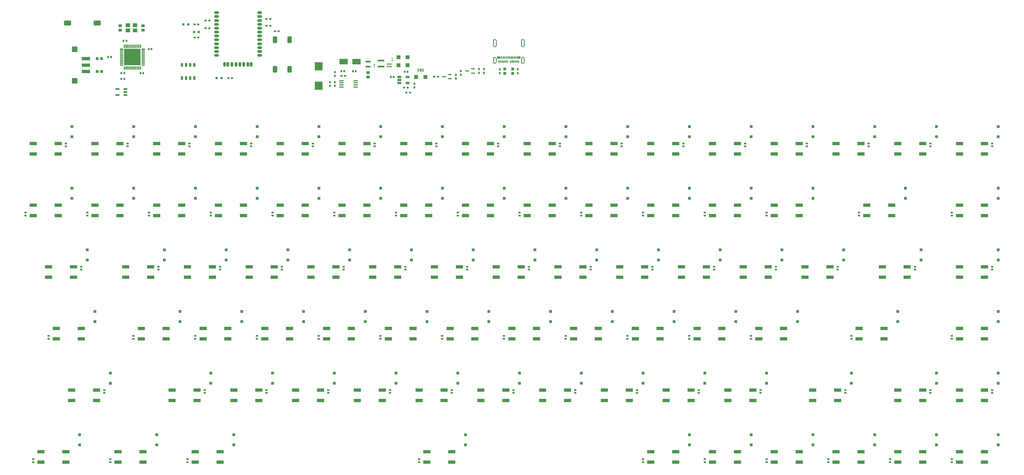
<source format=gbp>
G04*
G04 #@! TF.GenerationSoftware,Altium Limited,Altium Designer,19.0.15 (446)*
G04*
G04 Layer_Color=128*
%FSLAX44Y44*%
%MOMM*%
G71*
G01*
G75*
%ADD12C,0.2500*%
%ADD38R,0.3000X0.7000*%
%ADD39R,0.3000X0.4900*%
%ADD40R,0.3000X0.5200*%
G04:AMPARAMS|DCode=41|XSize=1.4mm|YSize=2.1mm|CornerRadius=0.35mm|HoleSize=0mm|Usage=FLASHONLY|Rotation=0.000|XOffset=0mm|YOffset=0mm|HoleType=Round|Shape=RoundedRectangle|*
%AMROUNDEDRECTD41*
21,1,1.4000,1.4000,0,0,0.0*
21,1,0.7000,2.1000,0,0,0.0*
1,1,0.7000,0.3500,-0.7000*
1,1,0.7000,-0.3500,-0.7000*
1,1,0.7000,-0.3500,0.7000*
1,1,0.7000,0.3500,0.7000*
%
%ADD41ROUNDEDRECTD41*%
%ADD42R,0.7500X0.6000*%
%ADD43R,0.8000X0.8000*%
%ADD44O,0.7600X1.2700*%
%ADD45O,1.5000X0.8000*%
%ADD46O,0.8000X1.5000*%
%ADD47R,1.2100X0.5900*%
%ADD48R,0.6000X0.6400*%
%ADD49R,1.0000X0.9000*%
%ADD50R,1.4000X1.2000*%
%ADD51R,5.0800X5.0800*%
%ADD52R,1.0000X0.3000*%
%ADD53R,0.3000X1.0000*%
%ADD54R,0.8500X0.9500*%
%ADD55R,2.5500X1.0000*%
%ADD56R,1.7000X1.7000*%
G04:AMPARAMS|DCode=57|XSize=1.6mm|YSize=2.19mm|CornerRadius=0.4mm|HoleSize=0mm|Usage=FLASHONLY|Rotation=270.000|XOffset=0mm|YOffset=0mm|HoleType=Round|Shape=RoundedRectangle|*
%AMROUNDEDRECTD57*
21,1,1.6000,1.3900,0,0,270.0*
21,1,0.8000,2.1900,0,0,270.0*
1,1,0.8000,-0.6950,-0.4000*
1,1,0.8000,-0.6950,0.4000*
1,1,0.8000,0.6950,0.4000*
1,1,0.8000,0.6950,-0.4000*
%
%ADD57ROUNDEDRECTD57*%
%ADD58R,0.3500X0.4000*%
%ADD59R,0.6000X0.7500*%
%ADD60R,1.6000X0.5000*%
%ADD61R,2.5000X1.7000*%
%ADD62R,2.4500X2.5500*%
%ADD63R,1.3716X0.4572*%
%ADD64R,1.2000X0.6900*%
%ADD65R,2.0000X0.6000*%
%ADD66R,1.1684X0.4572*%
%ADD67R,1.2000X1.2000*%
%ADD68R,1.2000X1.2000*%
%ADD69R,0.5000X0.8100*%
%ADD70R,0.5500X0.3000*%
%ADD71R,0.1000X0.2000*%
%ADD72R,1.0000X0.7000*%
%ADD73R,0.9500X0.8500*%
%ADD74R,0.6400X0.6000*%
%ADD75R,2.3000X1.0000*%
%ADD76R,0.9500X0.9000*%
D12*
X1662450Y1428250D02*
G03*
X1658200Y1424000I0J-4250D01*
G01*
X1666700D02*
G03*
X1662450Y1428250I-4250J0D01*
G01*
Y1404750D02*
G03*
X1666700Y1409000I0J4250D01*
G01*
X1658200D02*
G03*
X1662450Y1404750I4250J0D01*
G01*
X1576050Y1428250D02*
G03*
X1571800Y1424000I0J-4250D01*
G01*
X1580300D02*
G03*
X1576050Y1428250I-4250J0D01*
G01*
Y1404750D02*
G03*
X1580300Y1409000I0J4250D01*
G01*
X1571800D02*
G03*
X1576050Y1404750I4250J0D01*
G01*
X1662450Y1372150D02*
G03*
X1658200Y1367900I0J-4250D01*
G01*
X1666700D02*
G03*
X1662450Y1372150I-4250J0D01*
G01*
Y1353650D02*
G03*
X1666700Y1357900I0J4250D01*
G01*
X1658200D02*
G03*
X1662450Y1353650I4250J0D01*
G01*
X1576050Y1372150D02*
G03*
X1571800Y1367900I0J-4250D01*
G01*
X1580300D02*
G03*
X1576050Y1372150I-4250J0D01*
G01*
Y1353650D02*
G03*
X1580300Y1357900I0J4250D01*
G01*
X1571800D02*
G03*
X1576050Y1353650I4250J0D01*
G01*
X1658200Y1409000D02*
Y1424000D01*
X1666700Y1409000D02*
Y1424000D01*
X1571800Y1409000D02*
Y1424000D01*
X1580300Y1409000D02*
Y1424000D01*
X1658200Y1357900D02*
Y1367900D01*
X1666700Y1357900D02*
Y1367900D01*
X1571800Y1357900D02*
Y1367900D01*
X1580300Y1357900D02*
Y1367900D01*
D38*
X1614250Y1358800D02*
D03*
X1624250D02*
D03*
X1621750Y1371800D02*
D03*
X1616750D02*
D03*
X1596750D02*
D03*
X1601750D02*
D03*
X1606750D02*
D03*
X1611750D02*
D03*
X1626750D02*
D03*
X1631750D02*
D03*
X1636750D02*
D03*
X1641750D02*
D03*
X1649250Y1358800D02*
D03*
X1644250D02*
D03*
X1639250D02*
D03*
X1634250D02*
D03*
X1629250D02*
D03*
X1609250D02*
D03*
X1604250D02*
D03*
X1599250D02*
D03*
X1594250D02*
D03*
X1589250D02*
D03*
D39*
X1245000Y1343900D02*
D03*
X1250000D02*
D03*
X1255000D02*
D03*
Y1351599D02*
D03*
X1250000D02*
D03*
D40*
X1245000D02*
D03*
D41*
X943000Y1335500D02*
D03*
X898000D02*
D03*
Y1426500D02*
D03*
X943000D02*
D03*
D42*
X898000Y1453500D02*
D03*
X909500D02*
D03*
X649750Y1433500D02*
D03*
X661250D02*
D03*
X649750Y1474500D02*
D03*
X661250D02*
D03*
X684000Y1462500D02*
D03*
X695500D02*
D03*
X684000Y1486500D02*
D03*
X695500D02*
D03*
X754000Y1308000D02*
D03*
X765500D02*
D03*
X883750Y1470000D02*
D03*
X872250D02*
D03*
X883750Y1491000D02*
D03*
X872250D02*
D03*
X1114402Y1315250D02*
D03*
X1102902D02*
D03*
X1401000Y1313000D02*
D03*
X1389500D02*
D03*
X1302848Y1263500D02*
D03*
X1314348D02*
D03*
X1307380Y1278800D02*
D03*
X1295880D02*
D03*
D43*
X630500Y1474500D02*
D03*
X615500D02*
D03*
X663000Y1450500D02*
D03*
X648000D02*
D03*
X718000Y1308000D02*
D03*
X733000D02*
D03*
D44*
X624150Y1349000D02*
D03*
X611450D02*
D03*
Y1308000D02*
D03*
X624150D02*
D03*
X649550Y1308000D02*
D03*
X636850D02*
D03*
X649550Y1349000D02*
D03*
X636850D02*
D03*
D45*
X850500Y1510500D02*
D03*
Y1498500D02*
D03*
Y1486500D02*
D03*
Y1474500D02*
D03*
Y1462500D02*
D03*
Y1450500D02*
D03*
Y1438500D02*
D03*
Y1426500D02*
D03*
Y1414500D02*
D03*
Y1402500D02*
D03*
Y1390500D02*
D03*
Y1378500D02*
D03*
X717500D02*
D03*
Y1390500D02*
D03*
Y1402500D02*
D03*
Y1414500D02*
D03*
Y1426500D02*
D03*
Y1438500D02*
D03*
Y1450500D02*
D03*
Y1462500D02*
D03*
Y1474500D02*
D03*
Y1486500D02*
D03*
Y1498500D02*
D03*
Y1510500D02*
D03*
D46*
X752500Y1350500D02*
D03*
X814500D02*
D03*
X765500D02*
D03*
X742500D02*
D03*
X789500D02*
D03*
X777500D02*
D03*
X824500D02*
D03*
X801500D02*
D03*
D47*
X437050Y1274500D02*
D03*
Y1265000D02*
D03*
Y1255500D02*
D03*
X411950D02*
D03*
Y1274500D02*
D03*
D48*
X424200Y1306000D02*
D03*
X433000D02*
D03*
X424200Y1323500D02*
D03*
X433000D02*
D03*
X431100Y1423500D02*
D03*
X439900D02*
D03*
X491800Y1323500D02*
D03*
X483000D02*
D03*
X517400Y1398500D02*
D03*
X508600D02*
D03*
X383600Y1373500D02*
D03*
X392400D02*
D03*
X1138298Y1329250D02*
D03*
X1147098D02*
D03*
X1111702D02*
D03*
X1102902D02*
D03*
X1298580Y1327749D02*
D03*
X1307380D02*
D03*
X1255420Y1312050D02*
D03*
X1264220D02*
D03*
D49*
X420500Y1470250D02*
D03*
Y1456750D02*
D03*
X490500D02*
D03*
Y1470250D02*
D03*
X1184850Y1325500D02*
D03*
Y1311999D02*
D03*
D50*
X444500Y1471500D02*
D03*
Y1455500D02*
D03*
X466500Y1471500D02*
D03*
Y1455500D02*
D03*
D51*
X458000Y1373500D02*
D03*
D52*
X424500Y1348500D02*
D03*
Y1353500D02*
D03*
Y1358500D02*
D03*
Y1363500D02*
D03*
Y1368500D02*
D03*
Y1373500D02*
D03*
Y1378500D02*
D03*
Y1383500D02*
D03*
Y1388500D02*
D03*
Y1393500D02*
D03*
Y1398500D02*
D03*
X491500D02*
D03*
Y1393500D02*
D03*
Y1388500D02*
D03*
Y1383500D02*
D03*
Y1378500D02*
D03*
Y1373500D02*
D03*
Y1368500D02*
D03*
Y1363500D02*
D03*
Y1358500D02*
D03*
Y1353500D02*
D03*
Y1348500D02*
D03*
D53*
X433000Y1407000D02*
D03*
X438000D02*
D03*
X443000D02*
D03*
X448000D02*
D03*
X453000D02*
D03*
X458000D02*
D03*
X463000D02*
D03*
X468000D02*
D03*
X473000D02*
D03*
X478000D02*
D03*
X483000D02*
D03*
Y1340000D02*
D03*
X478000D02*
D03*
X473000D02*
D03*
X468000D02*
D03*
X463000D02*
D03*
X458000D02*
D03*
X453000D02*
D03*
X448000D02*
D03*
X443000D02*
D03*
X438000D02*
D03*
X433000D02*
D03*
D54*
X362655Y1328500D02*
D03*
X349655D02*
D03*
X362655Y1368500D02*
D03*
X349655D02*
D03*
D55*
X314400D02*
D03*
Y1348500D02*
D03*
Y1328500D02*
D03*
D56*
X279650Y1299500D02*
D03*
Y1397500D02*
D03*
D57*
X257705Y1478500D02*
D03*
X349605D02*
D03*
D58*
X1205000Y1350100D02*
D03*
Y1343900D02*
D03*
X1260000Y1368950D02*
D03*
Y1362750D02*
D03*
D59*
X1082500Y1284500D02*
D03*
Y1295999D02*
D03*
X1067500D02*
D03*
Y1284500D02*
D03*
X1082500Y1315250D02*
D03*
Y1326750D02*
D03*
X1456000Y1307250D02*
D03*
Y1318750D02*
D03*
X1328200Y1291000D02*
D03*
Y1279500D02*
D03*
X1471000Y1318750D02*
D03*
Y1330250D02*
D03*
X1542500Y1336000D02*
D03*
Y1324500D02*
D03*
X1527500D02*
D03*
Y1336000D02*
D03*
X1591750Y1335250D02*
D03*
Y1323750D02*
D03*
X1646750Y1335250D02*
D03*
Y1323750D02*
D03*
D60*
X1184850Y1358900D02*
D03*
Y1343900D02*
D03*
D61*
X1110000Y1358900D02*
D03*
X1150000D02*
D03*
D62*
X1032500Y1345000D02*
D03*
Y1284500D02*
D03*
D63*
X1102902Y1280598D02*
D03*
Y1286948D02*
D03*
Y1293552D02*
D03*
Y1299902D02*
D03*
X1147098D02*
D03*
Y1293552D02*
D03*
Y1286948D02*
D03*
Y1280598D02*
D03*
D64*
X1281378Y1293049D02*
D03*
Y1302550D02*
D03*
Y1312050D02*
D03*
X1307380D02*
D03*
Y1293049D02*
D03*
D65*
X1225000Y1362899D02*
D03*
Y1343900D02*
D03*
D66*
X1420094Y1313000D02*
D03*
X1437620Y1306500D02*
D03*
Y1319500D02*
D03*
X1490954Y1330250D02*
D03*
X1508480Y1323749D02*
D03*
Y1336750D02*
D03*
D67*
X1361800Y1312050D02*
D03*
X1278780Y1372750D02*
D03*
Y1347750D02*
D03*
D68*
X1333200Y1312050D02*
D03*
X1307380Y1372750D02*
D03*
Y1347750D02*
D03*
D69*
X1347500Y1332750D02*
D03*
D70*
X1354750Y1335250D02*
D03*
Y1330250D02*
D03*
X1340000Y1335250D02*
D03*
Y1330250D02*
D03*
D71*
X1666250Y1416500D02*
D03*
X1572250D02*
D03*
X1658250Y1362500D02*
D03*
X1572250D02*
D03*
D72*
X1588250Y1371800D02*
D03*
X1650250D02*
D03*
D73*
X1606750Y1336000D02*
D03*
Y1323000D02*
D03*
X1631750Y1336000D02*
D03*
Y1323000D02*
D03*
D74*
X152000Y121500D02*
D03*
Y130300D02*
D03*
X2033190Y121500D02*
D03*
Y130300D02*
D03*
X1342630Y121500D02*
D03*
Y130300D02*
D03*
X628250Y121500D02*
D03*
Y130300D02*
D03*
X390130Y121500D02*
D03*
Y130300D02*
D03*
X2414190Y121500D02*
D03*
Y130300D02*
D03*
X2223690Y121500D02*
D03*
Y130300D02*
D03*
X2604690Y121500D02*
D03*
Y130300D02*
D03*
X2985690Y121500D02*
D03*
Y130300D02*
D03*
X2795190Y121500D02*
D03*
Y130300D02*
D03*
X2657870Y344000D02*
D03*
Y335200D02*
D03*
X2919810Y344000D02*
D03*
Y335200D02*
D03*
X3110310Y344000D02*
D03*
Y335200D02*
D03*
X2014930Y344000D02*
D03*
Y335200D02*
D03*
X2205430Y344000D02*
D03*
Y335200D02*
D03*
X2395930Y344000D02*
D03*
Y335200D02*
D03*
X1443430Y344000D02*
D03*
Y335200D02*
D03*
X1633930Y344000D02*
D03*
Y335200D02*
D03*
X1824430Y344000D02*
D03*
Y335200D02*
D03*
X1252930Y344000D02*
D03*
Y335200D02*
D03*
X871930Y344000D02*
D03*
Y335200D02*
D03*
X199630Y502500D02*
D03*
Y511300D02*
D03*
X371870Y344000D02*
D03*
Y335200D02*
D03*
X681430Y344000D02*
D03*
Y335200D02*
D03*
X1033070Y502500D02*
D03*
Y511300D02*
D03*
X842570Y502500D02*
D03*
Y511300D02*
D03*
X652070Y502500D02*
D03*
Y511300D02*
D03*
X461570Y502500D02*
D03*
Y511300D02*
D03*
X1604570Y502500D02*
D03*
Y511300D02*
D03*
X1414070Y502500D02*
D03*
Y511300D02*
D03*
X1223570Y502500D02*
D03*
Y511300D02*
D03*
X1795070Y502500D02*
D03*
Y511300D02*
D03*
X1985570Y502500D02*
D03*
Y511300D02*
D03*
X2176070Y502500D02*
D03*
Y511300D02*
D03*
X2985690Y502500D02*
D03*
Y511300D02*
D03*
X2676130Y502500D02*
D03*
Y511300D02*
D03*
X2366570Y502500D02*
D03*
Y511300D02*
D03*
X2443560Y725000D02*
D03*
Y716200D02*
D03*
X2634060Y725000D02*
D03*
Y716200D02*
D03*
X2872190Y725000D02*
D03*
Y716200D02*
D03*
X3110310Y725000D02*
D03*
Y716200D02*
D03*
X1872060Y725000D02*
D03*
Y716200D02*
D03*
X2062560Y725000D02*
D03*
Y716200D02*
D03*
X2253060Y725000D02*
D03*
Y716200D02*
D03*
X919560Y725000D02*
D03*
Y716200D02*
D03*
X1110060Y725000D02*
D03*
Y716200D02*
D03*
X1300560Y725000D02*
D03*
Y716200D02*
D03*
X1491060Y725000D02*
D03*
Y716200D02*
D03*
X1681560Y725000D02*
D03*
Y716200D02*
D03*
X729060Y725000D02*
D03*
Y716200D02*
D03*
X128190Y883500D02*
D03*
Y892300D02*
D03*
X300430Y725000D02*
D03*
Y716200D02*
D03*
X538560Y725000D02*
D03*
Y716200D02*
D03*
X699690Y883500D02*
D03*
Y892300D02*
D03*
X509190Y883500D02*
D03*
Y892300D02*
D03*
X318690Y883500D02*
D03*
Y892300D02*
D03*
X1271190Y883500D02*
D03*
Y892300D02*
D03*
X1080690Y883500D02*
D03*
Y892300D02*
D03*
X890190Y883500D02*
D03*
Y892300D02*
D03*
X2033190Y883500D02*
D03*
Y892300D02*
D03*
X1842690Y883500D02*
D03*
Y892300D02*
D03*
X1652190Y883500D02*
D03*
Y892300D02*
D03*
X1461690Y883500D02*
D03*
Y892300D02*
D03*
X2699940Y883500D02*
D03*
Y892300D02*
D03*
X2414190Y883500D02*
D03*
Y892300D02*
D03*
X2223690Y883500D02*
D03*
Y892300D02*
D03*
X2985690Y883500D02*
D03*
Y892300D02*
D03*
X2729310Y1106000D02*
D03*
Y1097200D02*
D03*
X2919810Y1106000D02*
D03*
Y1097200D02*
D03*
X3110310Y1106000D02*
D03*
Y1097200D02*
D03*
X2157810Y1106000D02*
D03*
Y1097200D02*
D03*
X2348310Y1106000D02*
D03*
Y1097200D02*
D03*
X2538810Y1106000D02*
D03*
Y1097200D02*
D03*
X1586310Y1106000D02*
D03*
Y1097200D02*
D03*
X1776810Y1106000D02*
D03*
Y1097200D02*
D03*
X1967310Y1106000D02*
D03*
Y1097200D02*
D03*
X824310Y1106000D02*
D03*
Y1097200D02*
D03*
X1014810Y1106000D02*
D03*
Y1097200D02*
D03*
X1205310Y1106000D02*
D03*
Y1097200D02*
D03*
X1395810Y1106000D02*
D03*
Y1097200D02*
D03*
X443310Y1106000D02*
D03*
Y1097200D02*
D03*
X633810Y1106000D02*
D03*
Y1097200D02*
D03*
X252812Y1106000D02*
D03*
Y1097200D02*
D03*
X1062430Y335200D02*
D03*
Y344000D02*
D03*
D75*
X252812Y153500D02*
D03*
X175813D02*
D03*
X252812Y121500D02*
D03*
X175813D02*
D03*
X490935Y153500D02*
D03*
X413935D02*
D03*
X490935Y121500D02*
D03*
X413935D02*
D03*
X729060Y153500D02*
D03*
X652060D02*
D03*
X729060Y121500D02*
D03*
X652060D02*
D03*
X1443435Y153500D02*
D03*
X1366435D02*
D03*
X1443435Y121500D02*
D03*
X1366435D02*
D03*
X2134002Y153500D02*
D03*
X2057003D02*
D03*
X2134002Y121500D02*
D03*
X2057003D02*
D03*
X2324500Y153500D02*
D03*
X2247500D02*
D03*
X2324500Y121500D02*
D03*
X2247500D02*
D03*
X2515000Y153500D02*
D03*
X2438000D02*
D03*
X2515000Y121500D02*
D03*
X2438000D02*
D03*
X2705500Y153500D02*
D03*
X2628500D02*
D03*
X2705500Y121500D02*
D03*
X2628500D02*
D03*
X961620Y312000D02*
D03*
X1038620D02*
D03*
X961620Y344000D02*
D03*
X1038620D02*
D03*
X2557060Y312000D02*
D03*
X2634060D02*
D03*
X2557060Y344000D02*
D03*
X2634060D02*
D03*
X2295120Y312000D02*
D03*
X2372120D02*
D03*
X2295120Y344000D02*
D03*
X2372120D02*
D03*
X2104620Y312000D02*
D03*
X2181620D02*
D03*
X2104620Y344000D02*
D03*
X2181620D02*
D03*
X1914120Y312000D02*
D03*
X1991120D02*
D03*
X1914120Y344000D02*
D03*
X1991120D02*
D03*
X1723620Y312000D02*
D03*
X1800620D02*
D03*
X1723620Y344000D02*
D03*
X1800620D02*
D03*
X2896000Y153500D02*
D03*
X2819000D02*
D03*
X2896000Y121500D02*
D03*
X2819000D02*
D03*
X3086500Y153500D02*
D03*
X3009500D02*
D03*
X3086500Y121500D02*
D03*
X3009500D02*
D03*
Y312000D02*
D03*
X3086500D02*
D03*
X3009500Y344000D02*
D03*
X3086500D02*
D03*
X2819000Y312000D02*
D03*
X2896000D02*
D03*
X2819000Y344000D02*
D03*
X2896000D02*
D03*
X1533120Y312000D02*
D03*
X1610120D02*
D03*
X1533120Y344000D02*
D03*
X1610120D02*
D03*
X1342620Y312000D02*
D03*
X1419620D02*
D03*
X1342620Y344000D02*
D03*
X1419620D02*
D03*
X1152120Y312000D02*
D03*
X1229120D02*
D03*
X1152120Y344000D02*
D03*
X1229120D02*
D03*
X1895880Y534500D02*
D03*
X1818880D02*
D03*
X1895880Y502500D02*
D03*
X1818880D02*
D03*
X771120Y312000D02*
D03*
X848120D02*
D03*
X771120Y344000D02*
D03*
X848120D02*
D03*
X271063Y312000D02*
D03*
X348062D02*
D03*
X271063Y344000D02*
D03*
X348062D02*
D03*
X580623Y312000D02*
D03*
X657623D02*
D03*
X580623Y344000D02*
D03*
X657623D02*
D03*
X1324380Y534500D02*
D03*
X1247380D02*
D03*
X1324380Y502500D02*
D03*
X1247380D02*
D03*
X1133880Y534500D02*
D03*
X1056880D02*
D03*
X1133880Y502500D02*
D03*
X1056880D02*
D03*
X943380Y534500D02*
D03*
X866380D02*
D03*
X943380Y502500D02*
D03*
X866380D02*
D03*
X1705380Y534500D02*
D03*
X1628380D02*
D03*
X1705380Y502500D02*
D03*
X1628380D02*
D03*
X1514880Y534500D02*
D03*
X1437880D02*
D03*
X1514880Y502500D02*
D03*
X1437880D02*
D03*
X752880Y534500D02*
D03*
X675880D02*
D03*
X752880Y502500D02*
D03*
X675880D02*
D03*
X562380Y534500D02*
D03*
X485380D02*
D03*
X562380Y502500D02*
D03*
X485380D02*
D03*
X300437Y534500D02*
D03*
X223438D02*
D03*
X300437Y502500D02*
D03*
X223438D02*
D03*
X2086380Y534500D02*
D03*
X2009380D02*
D03*
X2086380Y502500D02*
D03*
X2009380D02*
D03*
X2467380Y534500D02*
D03*
X2390380D02*
D03*
X2467380Y502500D02*
D03*
X2390380D02*
D03*
X2276880Y534500D02*
D03*
X2199880D02*
D03*
X2276880Y502500D02*
D03*
X2199880D02*
D03*
X2776942Y534500D02*
D03*
X2699942D02*
D03*
X2776942Y502500D02*
D03*
X2699942D02*
D03*
X3086500Y534500D02*
D03*
X3009500D02*
D03*
X3086500Y502500D02*
D03*
X3009500D02*
D03*
Y693000D02*
D03*
X3086500D02*
D03*
X3009500Y725000D02*
D03*
X3086500D02*
D03*
X2771380Y693000D02*
D03*
X2848380D02*
D03*
X2771380Y725000D02*
D03*
X2848380D02*
D03*
X2533250Y693000D02*
D03*
X2610250D02*
D03*
X2533250Y725000D02*
D03*
X2610250D02*
D03*
X1771250Y693000D02*
D03*
X1848250D02*
D03*
X1771250Y725000D02*
D03*
X1848250D02*
D03*
X1580750Y693000D02*
D03*
X1657750D02*
D03*
X1580750Y725000D02*
D03*
X1657750D02*
D03*
X1390250Y693000D02*
D03*
X1467250D02*
D03*
X1390250Y725000D02*
D03*
X1467250D02*
D03*
X628250Y693000D02*
D03*
X705250D02*
D03*
X628250Y725000D02*
D03*
X705250D02*
D03*
X1199750Y693000D02*
D03*
X1276750D02*
D03*
X1199750Y725000D02*
D03*
X1276750D02*
D03*
X1009250Y693000D02*
D03*
X1086250D02*
D03*
X1009250Y725000D02*
D03*
X1086250D02*
D03*
X818750Y693000D02*
D03*
X895750D02*
D03*
X818750Y725000D02*
D03*
X895750D02*
D03*
X2342750Y693000D02*
D03*
X2419750D02*
D03*
X2342750Y725000D02*
D03*
X2419750D02*
D03*
X2152250Y693000D02*
D03*
X2229250D02*
D03*
X2152250Y725000D02*
D03*
X2229250D02*
D03*
X1961750Y693000D02*
D03*
X2038750D02*
D03*
X1961750Y725000D02*
D03*
X2038750D02*
D03*
X2134002Y915500D02*
D03*
X2057003D02*
D03*
X2134002Y883500D02*
D03*
X2057003D02*
D03*
X2800750Y915500D02*
D03*
X2723750D02*
D03*
X2800750Y883500D02*
D03*
X2723750D02*
D03*
X437750Y693000D02*
D03*
X514750D02*
D03*
X437750Y725000D02*
D03*
X514750D02*
D03*
X229000Y915500D02*
D03*
X152000D02*
D03*
X229000Y883500D02*
D03*
X152000D02*
D03*
X199625Y693000D02*
D03*
X276625D02*
D03*
X199625Y725000D02*
D03*
X276625D02*
D03*
X419500Y915500D02*
D03*
X342500D02*
D03*
X419500Y883500D02*
D03*
X342500D02*
D03*
X991000Y915500D02*
D03*
X914000D02*
D03*
X991000Y883500D02*
D03*
X914000D02*
D03*
X800500Y915500D02*
D03*
X723500D02*
D03*
X800500Y883500D02*
D03*
X723500D02*
D03*
X610000Y915500D02*
D03*
X533000D02*
D03*
X610000Y883500D02*
D03*
X533000D02*
D03*
X1562500Y915500D02*
D03*
X1485500D02*
D03*
X1562500Y883500D02*
D03*
X1485500D02*
D03*
X1753000Y915500D02*
D03*
X1676000D02*
D03*
X1753000Y883500D02*
D03*
X1676000D02*
D03*
X2515000Y915500D02*
D03*
X2438000D02*
D03*
X2515000Y883500D02*
D03*
X2438000D02*
D03*
X3086500Y915500D02*
D03*
X3009500D02*
D03*
X3086500Y883500D02*
D03*
X3009500D02*
D03*
X2324500Y915500D02*
D03*
X2247500D02*
D03*
X2324500Y883500D02*
D03*
X2247500D02*
D03*
X1943500Y915500D02*
D03*
X1866500D02*
D03*
X1943500Y883500D02*
D03*
X1866500D02*
D03*
X1372000Y915500D02*
D03*
X1295000D02*
D03*
X1372000Y883500D02*
D03*
X1295000D02*
D03*
X1181500Y915500D02*
D03*
X1104500D02*
D03*
X1181500Y883500D02*
D03*
X1104500D02*
D03*
X2819000Y1074000D02*
D03*
X2896000D02*
D03*
X2819000Y1106000D02*
D03*
X2896000D02*
D03*
X2438000Y1074000D02*
D03*
X2515000D02*
D03*
X2438000Y1106000D02*
D03*
X2515000D02*
D03*
X914000Y1074000D02*
D03*
X991000D02*
D03*
X914000Y1106000D02*
D03*
X991000D02*
D03*
X2247500Y1074000D02*
D03*
X2324500D02*
D03*
X2247500Y1106000D02*
D03*
X2324500D02*
D03*
X1866500Y1074000D02*
D03*
X1943500D02*
D03*
X1866500Y1106000D02*
D03*
X1943500D02*
D03*
X2057000Y1074000D02*
D03*
X2134000D02*
D03*
X2057000Y1106000D02*
D03*
X2134000D02*
D03*
X1104500Y1074000D02*
D03*
X1181500D02*
D03*
X1104500Y1106000D02*
D03*
X1181500D02*
D03*
X1485500Y1074000D02*
D03*
X1562500D02*
D03*
X1485500Y1106000D02*
D03*
X1562500D02*
D03*
X723500Y1074000D02*
D03*
X800500D02*
D03*
X723500Y1106000D02*
D03*
X800500D02*
D03*
X342500Y1074000D02*
D03*
X419500D02*
D03*
X342500Y1106000D02*
D03*
X419500D02*
D03*
X3009500Y1074000D02*
D03*
X3086500D02*
D03*
X3009500Y1106000D02*
D03*
X3086500D02*
D03*
X2628500Y1074000D02*
D03*
X2705500D02*
D03*
X2628500Y1106000D02*
D03*
X2705500D02*
D03*
X1676000Y1074000D02*
D03*
X1753000D02*
D03*
X1676000Y1106000D02*
D03*
X1753000D02*
D03*
X1295000Y1074000D02*
D03*
X1372000D02*
D03*
X1295000Y1106000D02*
D03*
X1372000D02*
D03*
X533000Y1074000D02*
D03*
X610000D02*
D03*
X533000Y1106000D02*
D03*
X610000D02*
D03*
X152000Y1074000D02*
D03*
X229000D02*
D03*
X152000Y1106000D02*
D03*
X229000D02*
D03*
D76*
X2224090Y365250D02*
D03*
Y396750D02*
D03*
X2938465Y365250D02*
D03*
Y396750D02*
D03*
X2676520Y365250D02*
D03*
Y396750D02*
D03*
X1462090Y365250D02*
D03*
Y396750D02*
D03*
X1081090Y365250D02*
D03*
Y396750D02*
D03*
X700090Y365250D02*
D03*
Y396750D02*
D03*
X1843090Y365250D02*
D03*
Y396750D02*
D03*
X3128960Y365250D02*
D03*
Y396750D02*
D03*
X2414590Y365250D02*
D03*
Y396750D02*
D03*
X390520Y365250D02*
D03*
Y396750D02*
D03*
X1652590Y365250D02*
D03*
Y396750D02*
D03*
X1271590Y365250D02*
D03*
Y396750D02*
D03*
X2033590Y365250D02*
D03*
Y396750D02*
D03*
X890590Y365250D02*
D03*
Y396750D02*
D03*
X1747840Y555750D02*
D03*
Y587250D02*
D03*
X2509840Y555750D02*
D03*
Y587250D02*
D03*
X2128840Y555750D02*
D03*
Y587250D02*
D03*
X604840Y555750D02*
D03*
Y587250D02*
D03*
X1366840Y555750D02*
D03*
Y587250D02*
D03*
X985840Y555750D02*
D03*
Y587250D02*
D03*
X842960Y936750D02*
D03*
Y968250D02*
D03*
X461960Y936750D02*
D03*
Y968250D02*
D03*
X2938460Y174750D02*
D03*
Y206250D02*
D03*
X2557470Y174750D02*
D03*
Y206250D02*
D03*
X2176470Y174750D02*
D03*
Y206250D02*
D03*
X1485910Y174750D02*
D03*
Y206250D02*
D03*
X771520Y174750D02*
D03*
Y206250D02*
D03*
X295270Y174750D02*
D03*
Y206250D02*
D03*
X3128960Y174750D02*
D03*
Y206250D02*
D03*
X2747957Y174750D02*
D03*
Y206250D02*
D03*
X2366960Y174750D02*
D03*
Y206250D02*
D03*
X533400Y174750D02*
D03*
Y206250D02*
D03*
X2319340Y555750D02*
D03*
Y587250D02*
D03*
X1938340Y555750D02*
D03*
Y587250D02*
D03*
X1557340Y555750D02*
D03*
Y587250D02*
D03*
X1176340Y555750D02*
D03*
Y587250D02*
D03*
X795340Y555750D02*
D03*
Y587250D02*
D03*
X342900Y555750D02*
D03*
Y587250D02*
D03*
X3128960Y555750D02*
D03*
Y587250D02*
D03*
X2819400Y555750D02*
D03*
Y587250D02*
D03*
X2462210Y746250D02*
D03*
Y777750D02*
D03*
X1128710Y746250D02*
D03*
Y777750D02*
D03*
X747710Y746250D02*
D03*
Y777750D02*
D03*
X1890710Y746250D02*
D03*
Y777750D02*
D03*
X1509710Y746250D02*
D03*
Y777750D02*
D03*
X319080Y746250D02*
D03*
Y777750D02*
D03*
X1700210Y746250D02*
D03*
Y777750D02*
D03*
X1319210Y746250D02*
D03*
Y777750D02*
D03*
X3128960Y746250D02*
D03*
Y777750D02*
D03*
X557210Y746250D02*
D03*
Y777750D02*
D03*
X2081210Y746250D02*
D03*
Y777750D02*
D03*
X2271710Y746250D02*
D03*
Y777750D02*
D03*
X2890840Y746250D02*
D03*
Y777750D02*
D03*
X938210Y746250D02*
D03*
Y777750D02*
D03*
X2652710Y746250D02*
D03*
Y777750D02*
D03*
X1795460Y936750D02*
D03*
Y968250D02*
D03*
X2557460Y936750D02*
D03*
Y968250D02*
D03*
X2176460Y936750D02*
D03*
Y968250D02*
D03*
X652460Y936750D02*
D03*
Y968250D02*
D03*
X1414460Y936750D02*
D03*
Y968250D02*
D03*
X1033460Y936750D02*
D03*
Y968250D02*
D03*
X2366960Y936750D02*
D03*
Y968250D02*
D03*
X2843210Y936750D02*
D03*
Y968250D02*
D03*
X3128960Y936750D02*
D03*
Y968250D02*
D03*
X1223960Y936750D02*
D03*
Y968250D02*
D03*
X271462Y936750D02*
D03*
Y968250D02*
D03*
X1985960Y936750D02*
D03*
Y968250D02*
D03*
X1604960Y936750D02*
D03*
Y968250D02*
D03*
X2557460Y1127250D02*
D03*
Y1158750D02*
D03*
X1795460Y1127250D02*
D03*
Y1158750D02*
D03*
X2938460Y1127250D02*
D03*
Y1158750D02*
D03*
X1414460Y1127250D02*
D03*
Y1158750D02*
D03*
X2176460Y1127250D02*
D03*
Y1158750D02*
D03*
X1033460Y1127250D02*
D03*
Y1158750D02*
D03*
X652460Y1127250D02*
D03*
Y1158750D02*
D03*
X1985960Y1127250D02*
D03*
Y1158750D02*
D03*
X2747960Y1127250D02*
D03*
Y1158750D02*
D03*
X2366960Y1127250D02*
D03*
Y1158750D02*
D03*
X3128960Y1127250D02*
D03*
Y1158750D02*
D03*
X461960Y1127250D02*
D03*
Y1158750D02*
D03*
X1223960Y1127250D02*
D03*
Y1158750D02*
D03*
X1604960Y1127250D02*
D03*
Y1158750D02*
D03*
X842960Y1127250D02*
D03*
Y1158750D02*
D03*
X271462Y1127250D02*
D03*
Y1158750D02*
D03*
M02*

</source>
